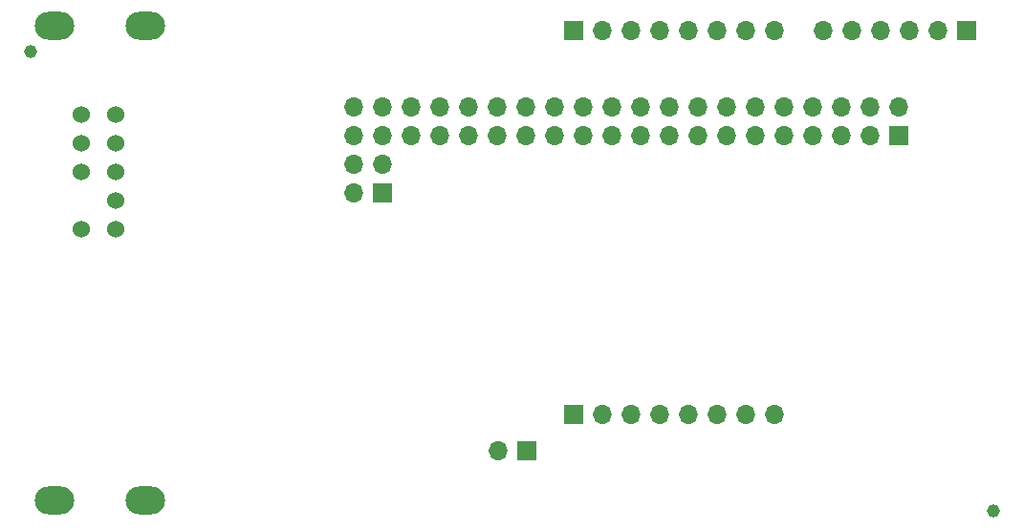
<source format=gbr>
%TF.GenerationSoftware,KiCad,Pcbnew,(6.0.4-0)*%
%TF.CreationDate,2022-10-27T23:32:19+02:00*%
%TF.ProjectId,NE2Pi,4e453250-692e-46b6-9963-61645f706362,rev?*%
%TF.SameCoordinates,Original*%
%TF.FileFunction,Soldermask,Bot*%
%TF.FilePolarity,Negative*%
%FSLAX46Y46*%
G04 Gerber Fmt 4.6, Leading zero omitted, Abs format (unit mm)*
G04 Created by KiCad (PCBNEW (6.0.4-0)) date 2022-10-27 23:32:19*
%MOMM*%
%LPD*%
G01*
G04 APERTURE LIST*
%ADD10C,1.152000*%
%ADD11R,1.700000X1.700000*%
%ADD12O,1.700000X1.700000*%
%ADD13C,1.524000*%
%ADD14O,3.500000X2.500000*%
G04 APERTURE END LIST*
D10*
%TO.C,H2*%
X101300000Y-17100000D03*
%TD*%
%TO.C,H1*%
X186500000Y-57800000D03*
%TD*%
D11*
%TO.C,J5*%
X149352000Y-15240000D03*
D12*
X151892000Y-15240000D03*
X154432000Y-15240000D03*
X156972000Y-15240000D03*
X159512000Y-15240000D03*
X162052000Y-15240000D03*
X164592000Y-15240000D03*
X167132000Y-15240000D03*
%TD*%
D11*
%TO.C,J4*%
X149352000Y-49276000D03*
D12*
X151892000Y-49276000D03*
X154432000Y-49276000D03*
X156972000Y-49276000D03*
X159512000Y-49276000D03*
X162052000Y-49276000D03*
X164592000Y-49276000D03*
X167132000Y-49276000D03*
%TD*%
D11*
%TO.C,TP1*%
X145201000Y-52451000D03*
D12*
X142661000Y-52451000D03*
%TD*%
D11*
%TO.C,J3*%
X184150000Y-15240000D03*
D12*
X181610000Y-15240000D03*
X179070000Y-15240000D03*
X176530000Y-15240000D03*
X173990000Y-15240000D03*
X171450000Y-15240000D03*
%TD*%
D11*
%TO.C,J1*%
X178161000Y-24531000D03*
D12*
X178161000Y-21991000D03*
X175621000Y-24531000D03*
X175621000Y-21991000D03*
X173081000Y-24531000D03*
X173081000Y-21991000D03*
X170541000Y-24531000D03*
X170541000Y-21991000D03*
X168001000Y-24531000D03*
X168001000Y-21991000D03*
X165461000Y-24531000D03*
X165461000Y-21991000D03*
X162921000Y-24531000D03*
X162921000Y-21991000D03*
X160381000Y-24531000D03*
X160381000Y-21991000D03*
X157841000Y-24531000D03*
X157841000Y-21991000D03*
X155301000Y-24531000D03*
X155301000Y-21991000D03*
X152761000Y-24531000D03*
X152761000Y-21991000D03*
X150221000Y-24531000D03*
X150221000Y-21991000D03*
X147681000Y-24531000D03*
X147681000Y-21991000D03*
X145141000Y-24531000D03*
X145141000Y-21991000D03*
X142601000Y-24531000D03*
X142601000Y-21991000D03*
X140061000Y-24531000D03*
X140061000Y-21991000D03*
X137521000Y-24531000D03*
X137521000Y-21991000D03*
X134981000Y-24531000D03*
X134981000Y-21991000D03*
X132441000Y-24531000D03*
X132441000Y-21991000D03*
X129901000Y-24531000D03*
X129901000Y-21991000D03*
%TD*%
D13*
%TO.C,U1*%
X108780000Y-22630000D03*
X108780000Y-25170000D03*
X108780000Y-27710000D03*
X108780000Y-30250000D03*
X108780000Y-32790000D03*
X105780000Y-22630000D03*
X105780000Y-25170000D03*
X105780000Y-27710000D03*
X105780000Y-32790000D03*
D14*
X111430000Y-14830000D03*
X103430000Y-56830000D03*
X103430000Y-14830000D03*
X111430000Y-56830000D03*
%TD*%
D11*
%TO.C,J2*%
X132441000Y-29611000D03*
D12*
X132441000Y-27071000D03*
X129901000Y-29611000D03*
X129901000Y-27071000D03*
%TD*%
M02*

</source>
